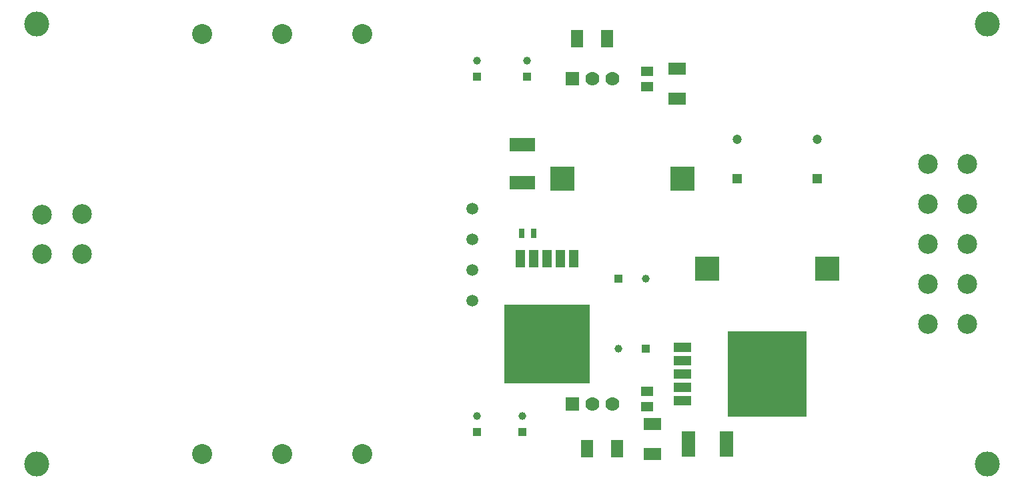
<source format=gts>
G04 (created by PCBNEW (2013-07-07 BZR 4022)-stable) date 4/14/2014 10:19:51 AM*
%MOIN*%
G04 Gerber Fmt 3.4, Leading zero omitted, Abs format*
%FSLAX34Y34*%
G01*
G70*
G90*
G04 APERTURE LIST*
%ADD10C,0.00590551*%
%ADD11R,0.09X0.045*%
%ADD12R,0.3937X0.4252*%
%ADD13R,0.045X0.09*%
%ADD14R,0.4252X0.3937*%
%ADD15R,0.025X0.045*%
%ADD16R,0.12X0.12*%
%ADD17C,0.0590551*%
%ADD18R,0.0866X0.063*%
%ADD19R,0.063X0.0866*%
%ADD20R,0.07X0.125*%
%ADD21R,0.125X0.07*%
%ADD22R,0.059X0.0512*%
%ADD23R,0.0393701X0.0393701*%
%ADD24C,0.0393701*%
%ADD25R,0.0472441X0.0472441*%
%ADD26C,0.0472441*%
%ADD27C,0.0984252*%
%ADD28C,0.1*%
%ADD29C,0.07*%
%ADD30R,0.07X0.07*%
%ADD31C,0.125*%
G04 APERTURE END LIST*
G54D10*
G54D11*
X96000Y-65581D03*
G54D12*
X100250Y-66250D03*
G54D11*
X96000Y-66919D03*
X96000Y-66250D03*
X96000Y-64911D03*
X96000Y-67589D03*
G54D13*
X89919Y-60500D03*
G54D14*
X89250Y-64750D03*
G54D13*
X88581Y-60500D03*
X89250Y-60500D03*
X90589Y-60500D03*
X87911Y-60500D03*
G54D15*
X87980Y-59220D03*
X88580Y-59220D03*
G54D16*
X97250Y-61000D03*
X103250Y-61000D03*
X90000Y-56500D03*
X96000Y-56500D03*
G54D17*
X85500Y-62606D03*
X85500Y-61070D03*
X85500Y-59535D03*
X85500Y-58000D03*
G54D18*
X95750Y-52498D03*
X95750Y-51002D03*
G54D19*
X91252Y-70000D03*
X92748Y-70000D03*
X92248Y-49500D03*
X90752Y-49500D03*
G54D18*
X94500Y-68752D03*
X94500Y-70248D03*
G54D20*
X98200Y-69750D03*
X96300Y-69750D03*
G54D21*
X88000Y-54800D03*
X88000Y-56700D03*
G54D22*
X94250Y-51125D03*
X94250Y-51875D03*
X94250Y-67125D03*
X94250Y-67875D03*
G54D23*
X92811Y-61500D03*
G54D24*
X94188Y-61500D03*
G54D23*
X94188Y-65000D03*
G54D24*
X92811Y-65000D03*
G54D23*
X88000Y-69143D03*
G54D24*
X88000Y-68356D03*
G54D23*
X85750Y-69143D03*
G54D24*
X85750Y-68356D03*
G54D23*
X88250Y-51393D03*
G54D24*
X88250Y-50606D03*
G54D23*
X85750Y-51393D03*
G54D24*
X85750Y-50606D03*
G54D25*
X98750Y-56484D03*
G54D26*
X98750Y-54515D03*
G54D25*
X102750Y-56484D03*
G54D26*
X102750Y-54515D03*
G54D27*
X110250Y-63750D03*
X110250Y-61750D03*
X110250Y-59750D03*
X110250Y-57750D03*
X110250Y-55750D03*
X108281Y-63750D03*
X108281Y-61750D03*
X108281Y-59750D03*
X108281Y-57750D03*
X108281Y-55750D03*
X64000Y-60250D03*
X64000Y-58281D03*
X66000Y-60250D03*
X66000Y-58250D03*
G54D28*
X76000Y-70250D03*
X72000Y-70250D03*
X80000Y-70250D03*
X72000Y-49250D03*
X76000Y-49250D03*
X80000Y-49250D03*
G54D29*
X91500Y-67750D03*
X92500Y-67750D03*
G54D30*
X90500Y-67750D03*
G54D29*
X91500Y-51500D03*
X92500Y-51500D03*
G54D30*
X90500Y-51500D03*
G54D31*
X63750Y-70750D03*
X63750Y-48750D03*
X111250Y-48750D03*
X111250Y-70750D03*
M02*

</source>
